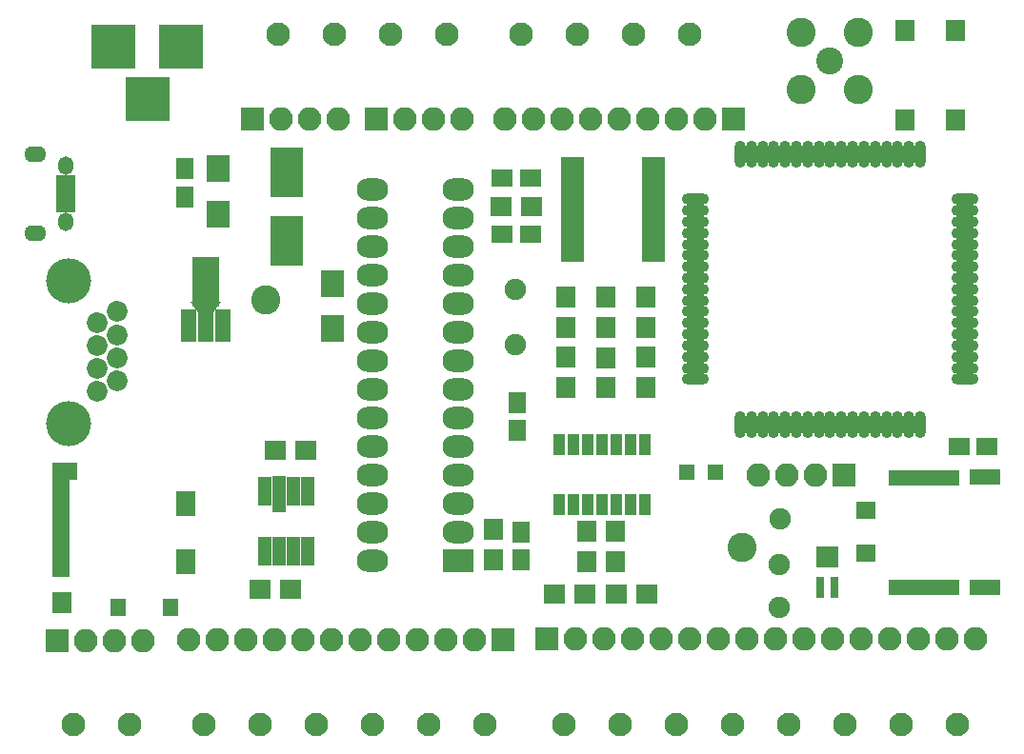
<source format=gts>
G04 #@! TF.GenerationSoftware,KiCad,Pcbnew,(5.1.2)-2*
G04 #@! TF.CreationDate,2019-09-12T09:52:03+10:00*
G04 #@! TF.ProjectId,BoSL,426f534c-2e6b-4696-9361-645f70636258,0.3*
G04 #@! TF.SameCoordinates,Original*
G04 #@! TF.FileFunction,Soldermask,Top*
G04 #@! TF.FilePolarity,Negative*
%FSLAX46Y46*%
G04 Gerber Fmt 4.6, Leading zero omitted, Abs format (unit mm)*
G04 Created by KiCad (PCBNEW (5.1.2)-2) date 2019-09-12 09:52:03*
%MOMM*%
%LPD*%
G04 APERTURE LIST*
%ADD10R,1.000000X1.900000*%
%ADD11C,2.600000*%
%ADD12C,1.850000*%
%ADD13C,4.000000*%
%ADD14R,2.100000X2.100000*%
%ADD15O,2.100000X2.100000*%
%ADD16R,1.700000X1.900000*%
%ADD17R,1.750000X2.300000*%
%ADD18R,1.400000X1.600000*%
%ADD19R,1.750000X1.950000*%
%ADD20R,2.200000X1.570000*%
%ADD21R,1.500000X1.150000*%
%ADD22R,1.500000X1.250000*%
%ADD23O,1.000000X2.400000*%
%ADD24O,2.400000X1.000000*%
%ADD25C,2.100000*%
%ADD26R,1.300000X2.650000*%
%ADD27R,1.300000X3.200000*%
%ADD28R,1.200000X1.400000*%
%ADD29R,2.700000X1.400000*%
%ADD30R,1.700000X1.500000*%
%ADD31C,2.400000*%
%ADD32R,2.000000X2.400000*%
%ADD33R,1.650000X1.900000*%
%ADD34R,1.900000X1.650000*%
%ADD35R,2.900000X4.400000*%
%ADD36R,3.900000X3.900000*%
%ADD37R,1.400000X1.400000*%
%ADD38R,2.800000X2.000000*%
%ADD39O,2.800000X2.000000*%
%ADD40R,1.900000X1.700000*%
%ADD41R,1.700000X1.950000*%
%ADD42C,1.900000*%
%ADD43R,1.400000X2.900000*%
%ADD44R,2.400000X4.400000*%
%ADD45C,1.150000*%
%ADD46C,0.100000*%
%ADD47R,0.800000X1.900000*%
%ADD48R,2.150000X0.850000*%
%ADD49R,1.750000X0.800000*%
%ADD50O,1.350000X1.650000*%
%ADD51O,1.950000X1.400000*%
G04 APERTURE END LIST*
D10*
X152590000Y-109100000D03*
X153860000Y-109100000D03*
X155130000Y-109100000D03*
X156400000Y-109100000D03*
X157670000Y-109100000D03*
X158940000Y-109100000D03*
X160210000Y-109100000D03*
X160210000Y-103700000D03*
X158940000Y-103700000D03*
X157670000Y-103700000D03*
X156400000Y-103700000D03*
X155130000Y-103700000D03*
X153860000Y-103700000D03*
X152590000Y-103700000D03*
D11*
X126500000Y-90900000D03*
X168900000Y-112900000D03*
D12*
X113318000Y-98040000D03*
X113318000Y-96000000D03*
X113318000Y-93960000D03*
X113318000Y-91920000D03*
X111540000Y-99020000D03*
X111540000Y-92900000D03*
X111540000Y-96980000D03*
X111540000Y-94940000D03*
D13*
X109000000Y-89130000D03*
X109000000Y-101830000D03*
D14*
X168080000Y-74750000D03*
D15*
X165540000Y-74750000D03*
X163000000Y-74750000D03*
X160460000Y-74750000D03*
X157920000Y-74750000D03*
X155380000Y-74750000D03*
X152840000Y-74750000D03*
X150300000Y-74750000D03*
X147760000Y-74750000D03*
D14*
X151470000Y-121020000D03*
D15*
X154010000Y-121020000D03*
X156550000Y-121020000D03*
X159090000Y-121020000D03*
X161630000Y-121020000D03*
X164170000Y-121020000D03*
X166710000Y-121020000D03*
X169250000Y-121020000D03*
X171790000Y-121020000D03*
X174330000Y-121020000D03*
X176870000Y-121020000D03*
X179410000Y-121020000D03*
X181950000Y-121020000D03*
X184490000Y-121020000D03*
X187030000Y-121020000D03*
X189570000Y-121020000D03*
D16*
X160342000Y-93290000D03*
X160342000Y-90590000D03*
X156786000Y-93290000D03*
X156786000Y-90590000D03*
X153230000Y-93290000D03*
X153230000Y-90590000D03*
D17*
X119400000Y-109020000D03*
X119400000Y-114140000D03*
D18*
X118100000Y-118200000D03*
X113400000Y-118200000D03*
D19*
X108425000Y-117815000D03*
D20*
X108650000Y-106075000D03*
D21*
X108300000Y-107275000D03*
D22*
X108300000Y-108325000D03*
X108300000Y-109425000D03*
X108300000Y-110525000D03*
X108300000Y-111625000D03*
X108300000Y-112725000D03*
X108300000Y-113825000D03*
X108300000Y-114925000D03*
D23*
X168690000Y-77920000D03*
X169690000Y-77920000D03*
X170690000Y-77920000D03*
X171690000Y-77920000D03*
X172690000Y-77920000D03*
X173690000Y-77920000D03*
X174690000Y-77920000D03*
X175690000Y-77920000D03*
X176690000Y-77920000D03*
X177690000Y-77920000D03*
X178690000Y-77920000D03*
X179690000Y-77920000D03*
X180690000Y-77920000D03*
X181690000Y-77920000D03*
X182690000Y-77920000D03*
X183690000Y-77920000D03*
X184690000Y-77920000D03*
D24*
X188690000Y-81920000D03*
X188690000Y-82920000D03*
X188690000Y-83920000D03*
X188690000Y-84920000D03*
X188690000Y-85920000D03*
X188690000Y-86920000D03*
X188690000Y-87920000D03*
X188690000Y-88920000D03*
X188690000Y-89920000D03*
X188690000Y-90920000D03*
X188690000Y-91920000D03*
X188690000Y-92920000D03*
X188690000Y-93920000D03*
X188690000Y-94920000D03*
X188690000Y-95920000D03*
X188690000Y-96920000D03*
X188690000Y-97920000D03*
D23*
X184690000Y-101920000D03*
X183690000Y-101920000D03*
X182690000Y-101920000D03*
X181690000Y-101920000D03*
X180690000Y-101920000D03*
X179690000Y-101920000D03*
X178690000Y-101920000D03*
X177690000Y-101920000D03*
X176690000Y-101920000D03*
X175690000Y-101920000D03*
X174690000Y-101920000D03*
X173690000Y-101920000D03*
X172690000Y-101920000D03*
X171690000Y-101920000D03*
X170690000Y-101920000D03*
X169690000Y-101920000D03*
X168690000Y-101920000D03*
D24*
X164690000Y-91920000D03*
X164690000Y-97920000D03*
X164690000Y-96920000D03*
X164690000Y-95920000D03*
X164690000Y-94920000D03*
X164690000Y-93920000D03*
X164690000Y-92920000D03*
X164690000Y-90920000D03*
X164690000Y-89920000D03*
X164690000Y-88920000D03*
X164690000Y-87920000D03*
X164690000Y-86920000D03*
X164690000Y-85920000D03*
X164690000Y-84920000D03*
X164690000Y-81920000D03*
X164690000Y-82920000D03*
X164690000Y-83920000D03*
D25*
X146000000Y-128600000D03*
X141000000Y-128600000D03*
X136000000Y-128600000D03*
X131000000Y-128600000D03*
X126000000Y-128600000D03*
X121000000Y-128600000D03*
X127600000Y-67200000D03*
X132600000Y-67200000D03*
X137600000Y-67200000D03*
X142600000Y-67200000D03*
X114400000Y-128600000D03*
X109400000Y-128600000D03*
D26*
X126450000Y-107850000D03*
D27*
X127700000Y-108125000D03*
D26*
X129000000Y-107850000D03*
X126450000Y-113200000D03*
X127700000Y-113200000D03*
X130250000Y-113200000D03*
X129000000Y-113200000D03*
X130250000Y-107850000D03*
D28*
X185180000Y-116410000D03*
D29*
X190430000Y-116410000D03*
X183230000Y-116410000D03*
D30*
X179865000Y-113415000D03*
X179865000Y-109605000D03*
D29*
X183230000Y-106710000D03*
X190430000Y-106610000D03*
D28*
X187580000Y-116410000D03*
X186380000Y-116410000D03*
X185180000Y-106710000D03*
X186380000Y-106710000D03*
X187580000Y-106710000D03*
D25*
X149200000Y-67200000D03*
X154200000Y-67200000D03*
X159200000Y-67200000D03*
X164200000Y-67200000D03*
X188000000Y-128600000D03*
X183000000Y-128600000D03*
X178000000Y-128600000D03*
X173000000Y-128600000D03*
X168000000Y-128600000D03*
X163000000Y-128600000D03*
X158000000Y-128600000D03*
X153000000Y-128600000D03*
D11*
X174150000Y-67060000D03*
X179230000Y-67060000D03*
X179230000Y-72140000D03*
X174150000Y-72140000D03*
D31*
X176690000Y-69600000D03*
D32*
X132494000Y-93444000D03*
X132494000Y-89444000D03*
D33*
X148900000Y-102500000D03*
X148900000Y-100000000D03*
D34*
X150050000Y-85000000D03*
X147550000Y-85000000D03*
X190640000Y-103890000D03*
X188140000Y-103890000D03*
D33*
X119300000Y-79200000D03*
X119300000Y-81700000D03*
D32*
X122334000Y-79200000D03*
X122334000Y-83200000D03*
D35*
X128430000Y-79504000D03*
X128430000Y-85604000D03*
D34*
X150050000Y-80000000D03*
X147550000Y-80000000D03*
D33*
X149200000Y-114000000D03*
X149200000Y-111500000D03*
D36*
X119000000Y-68300000D03*
X113000000Y-68300000D03*
X116000000Y-73000000D03*
D37*
X163950000Y-106200000D03*
X166450000Y-106200000D03*
D16*
X155100000Y-114130000D03*
X155100000Y-111430000D03*
X157640000Y-114130000D03*
X157640000Y-111430000D03*
X153230000Y-95910000D03*
X153230000Y-98610000D03*
X156786000Y-95990000D03*
X156786000Y-98690000D03*
X160342000Y-95910000D03*
X160342000Y-98610000D03*
D38*
X143670000Y-114050000D03*
D39*
X136050000Y-81030000D03*
X143670000Y-111510000D03*
X136050000Y-83570000D03*
X143670000Y-108970000D03*
X136050000Y-86110000D03*
X143670000Y-106430000D03*
X136050000Y-88650000D03*
X143670000Y-103890000D03*
X136050000Y-91190000D03*
X143670000Y-101350000D03*
X136050000Y-93730000D03*
X143670000Y-98810000D03*
X136050000Y-96270000D03*
X143670000Y-96270000D03*
X136050000Y-98810000D03*
X143670000Y-93730000D03*
X136050000Y-101350000D03*
X143670000Y-91190000D03*
X136050000Y-103890000D03*
X143670000Y-88650000D03*
X136050000Y-106430000D03*
X143670000Y-86110000D03*
X136050000Y-108970000D03*
X143670000Y-83570000D03*
X136050000Y-111510000D03*
X143670000Y-81030000D03*
X136050000Y-114050000D03*
D14*
X136322000Y-74750000D03*
D15*
X138862000Y-74750000D03*
X141402000Y-74750000D03*
X143942000Y-74750000D03*
D14*
X125360000Y-74750000D03*
D15*
X127900000Y-74750000D03*
X130440000Y-74750000D03*
X132980000Y-74750000D03*
D14*
X107950000Y-121158000D03*
D15*
X110490000Y-121158000D03*
X113030000Y-121158000D03*
X115570000Y-121158000D03*
D14*
X177960000Y-106430000D03*
D15*
X175420000Y-106430000D03*
X172880000Y-106430000D03*
X170340000Y-106430000D03*
D16*
X146800000Y-111300000D03*
X146800000Y-114000000D03*
D40*
X127400000Y-104200000D03*
X130100000Y-104200000D03*
X126000000Y-116600000D03*
X128700000Y-116600000D03*
X154900000Y-117000000D03*
X152200000Y-117000000D03*
X157700000Y-117000000D03*
X160400000Y-117000000D03*
D41*
X183330000Y-74845000D03*
X183330000Y-66895000D03*
X187830000Y-74845000D03*
X187830000Y-66895000D03*
D42*
X172200000Y-114400000D03*
X172200000Y-118200000D03*
X172226000Y-110294000D03*
D43*
X119700000Y-93180000D03*
X121200000Y-93180000D03*
X122700000Y-93180000D03*
D44*
X121200000Y-89220000D03*
D45*
X121200000Y-91570000D03*
D46*
G36*
X122573703Y-90995000D02*
G01*
X121807037Y-92145000D01*
X120592963Y-92145000D01*
X119826297Y-90995000D01*
X122573703Y-90995000D01*
X122573703Y-90995000D01*
G37*
D47*
X177100000Y-113740000D03*
X176450000Y-113740000D03*
X175800000Y-113740000D03*
X175800000Y-116400000D03*
X177100000Y-116400000D03*
D48*
X160986000Y-87033000D03*
X160986000Y-86383000D03*
X160986000Y-85733000D03*
X160986000Y-85083000D03*
X160986000Y-84433000D03*
X160986000Y-83783000D03*
X160986000Y-83133000D03*
X160986000Y-82483000D03*
X160986000Y-81833000D03*
X160986000Y-81183000D03*
X160986000Y-80533000D03*
X160986000Y-79883000D03*
X160986000Y-79233000D03*
X160986000Y-78583000D03*
X153786000Y-78583000D03*
X153786000Y-79233000D03*
X153786000Y-79883000D03*
X153786000Y-80533000D03*
X153786000Y-81183000D03*
X153786000Y-81833000D03*
X153786000Y-82483000D03*
X153786000Y-83133000D03*
X153786000Y-83783000D03*
X153786000Y-84433000D03*
X153786000Y-85083000D03*
X153786000Y-85733000D03*
X153786000Y-86383000D03*
X153786000Y-87033000D03*
D42*
X148750000Y-89920000D03*
X148750000Y-94800000D03*
D14*
X147586000Y-121112000D03*
D15*
X145046000Y-121112000D03*
X142506000Y-121112000D03*
X139966000Y-121112000D03*
X137426000Y-121112000D03*
X134886000Y-121112000D03*
X132346000Y-121112000D03*
X129806000Y-121112000D03*
X127266000Y-121112000D03*
X124726000Y-121112000D03*
X122186000Y-121112000D03*
X119646000Y-121112000D03*
D49*
X108750000Y-80100000D03*
X108750000Y-80750000D03*
X108750000Y-81400000D03*
X108750000Y-82050000D03*
X108750000Y-82700000D03*
D50*
X108750000Y-78900000D03*
X108750000Y-83900000D03*
D51*
X106050000Y-77900000D03*
X106050000Y-84900000D03*
D40*
X150150000Y-82600000D03*
X147450000Y-82600000D03*
M02*

</source>
